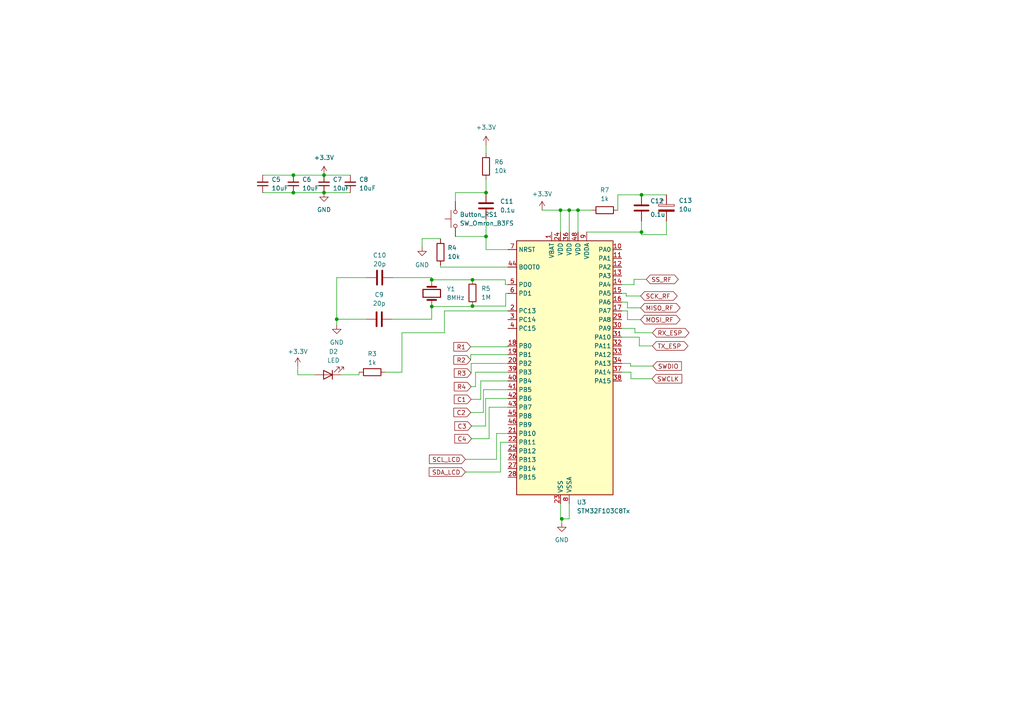
<source format=kicad_sch>
(kicad_sch (version 20231120) (generator "eeschema") (generator_version "8.0")
  (paper "A4")
  (lib_symbols
    (symbol "Device:C" (pin_numbers hide) (pin_names (offset 0.254))
      (property "Reference" "C" (at 0.635 2.54 0))
      (property "Value" "C" (at 0.635 -2.54 0))
      (symbol "C_0_1"
        (polyline (pts (xy -2.032 -0.762) (xy 2.032 -0.762)) (stroke (width 0.508)))
        (polyline (pts (xy -2.032 0.762) (xy 2.032 0.762)) (stroke (width 0.508)))
      )
      (symbol "C_1_1"
        (pin passive line (at 0 3.81 270) (length 2.794) (name "~") (number "1"))
        (pin passive line (at 0 -3.81 90) (length 2.794) (name "~") (number "2"))
      )
    )
    (symbol "Device:C_Polarized" (pin_numbers hide) (pin_names (offset 0.254))
      (property "Reference" "C" (at 0.635 2.54 0))
      (property "Value" "C_Polarized" (at 0.635 -2.54 0))
      (symbol "C_Polarized_0_1"
        (rectangle (start -2.286 0.508) (end 2.286 1.016))
        (polyline (pts (xy -1.778 2.286) (xy -0.762 2.286)))
        (polyline (pts (xy -1.27 2.794) (xy -1.27 1.778)))
        (rectangle (start 2.286 -0.508) (end -2.286 -1.016) (fill (type outline)))
      )
      (symbol "C_Polarized_1_1"
        (pin passive line (at 0 3.81 270) (length 2.794) (name "~") (number "1"))
        (pin passive line (at 0 -3.81 90) (length 2.794) (name "~") (number "2"))
      )
    )
    (symbol "Device:C_Small" (pin_numbers hide) (pin_names (offset 0.254) hide)
      (property "Reference" "C" (at 0.254 1.778 0))
      (property "Value" "C_Small" (at 0.254 -2.032 0))
      (symbol "C_Small_0_1"
        (polyline (pts (xy -1.524 -0.508) (xy 1.524 -0.508)) (stroke (width 0.3302)))
        (polyline (pts (xy -1.524 0.508) (xy 1.524 0.508)) (stroke (width 0.3048)))
      )
      (symbol "C_Small_1_1"
        (pin passive line (at 0 2.54 270) (length 2.032) (name "~") (number "1"))
        (pin passive line (at 0 -2.54 90) (length 2.032) (name "~") (number "2"))
      )
    )
    (symbol "Device:Crystal" (pin_numbers hide) (pin_names (offset 1.016) hide)
      (property "Reference" "Y" (at 0 3.81 0))
      (property "Value" "Crystal" (at 0 -3.81 0))
      (symbol "Crystal_0_1"
        (rectangle (start -1.143 2.54) (end 1.143 -2.54) (stroke (width 0.3048)))
        (polyline (pts (xy -2.54 0) (xy -1.905 0)))
        (polyline (pts (xy -1.905 -1.27) (xy -1.905 1.27)) (stroke (width 0.508)))
        (polyline (pts (xy 1.905 -1.27) (xy 1.905 1.27)) (stroke (width 0.508)))
        (polyline (pts (xy 2.54 0) (xy 1.905 0)))
      )
      (symbol "Crystal_1_1"
        (pin passive line (at -3.81 0 0) (length 1.27) (name "1") (number "1"))
        (pin passive line (at 3.81 0 180) (length 1.27) (name "2") (number "2"))
      )
    )
    (symbol "Device:LED" (pin_numbers hide) (pin_names (offset 1.016) hide)
      (property "Reference" "D" (at 0 2.54 0))
      (property "Value" "LED" (at 0 -2.54 0))
      (symbol "LED_0_1"
        (polyline (pts (xy -1.27 -1.27) (xy -1.27 1.27)) (stroke (width 0.254)))
        (polyline (pts (xy -1.27 0) (xy 1.27 0)))
        (polyline (pts (xy 1.27 -1.27) (xy 1.27 1.27) (xy -1.27 0) (xy 1.27 -1.27)) (stroke (width 0.254)))
        (polyline (pts (xy -3.048 -0.762) (xy -4.572 -2.286) (xy -3.81 -2.286) (xy -4.572 -2.286) (xy -4.572 -1.524)))
        (polyline (pts (xy -1.778 -0.762) (xy -3.302 -2.286) (xy -2.54 -2.286) (xy -3.302 -2.286) (xy -3.302 -1.524)))
      )
      (symbol "LED_1_1"
        (pin passive line (at -3.81 0 0) (length 2.54) (name "K") (number "1"))
        (pin passive line (at 3.81 0 180) (length 2.54) (name "A") (number "2"))
      )
    )
    (symbol "Device:R" (pin_numbers hide) (pin_names (offset 0))
      (property "Reference" "R" (at 2.032 0 90))
      (property "Value" "R" (at 0 0 90))
      (symbol "R_0_1"
        (rectangle (start -1.016 -2.54) (end 1.016 2.54) (stroke (width 0.254)))
      )
      (symbol "R_1_1"
        (pin passive line (at 0 3.81 270) (length 1.27) (name "~") (number "1"))
        (pin passive line (at 0 -3.81 90) (length 1.27) (name "~") (number "2"))
      )
    )
    (symbol "MCU_ST_STM32F1:STM32F103C8Tx"
      (property "Reference" "U" (at -12.7 39.37 0))
      (property "Value" "STM32F103C8Tx" (at 10.16 39.37 0))
      (symbol "STM32F103C8Tx_0_1"
        (rectangle (start -12.7 -35.56) (end 15.24 38.1) (stroke (width 0.254)) (fill (type background)))
      )
      (symbol "STM32F103C8Tx_1_1"
        (pin power_in line (at -2.54 40.64 270) (length 2.54) (name "VBAT") (number "1"))
        (pin bidirectional line (at 17.78 35.56 180) (length 2.54) (name "PA0") (number "10"))
        (pin bidirectional line (at 17.78 33.02 180) (length 2.54) (name "PA1") (number "11"))
        (pin bidirectional line (at 17.78 30.48 180) (length 2.54) (name "PA2") (number "12"))
        (pin bidirectional line (at 17.78 27.94 180) (length 2.54) (name "PA3") (number "13"))
        (pin bidirectional line (at 17.78 25.4 180) (length 2.54) (name "PA4") (number "14"))
        (pin bidirectional line (at 17.78 22.86 180) (length 2.54) (name "PA5") (number "15"))
        (pin bidirectional line (at 17.78 20.32 180) (length 2.54) (name "PA6") (number "16"))
        (pin bidirectional line (at 17.78 17.78 180) (length 2.54) (name "PA7") (number "17"))
        (pin bidirectional line (at -15.24 7.62 0) (length 2.54) (name "PB0") (number "18"))
        (pin bidirectional line (at -15.24 5.08 0) (length 2.54) (name "PB1") (number "19"))
        (pin bidirectional line (at -15.24 17.78 0) (length 2.54) (name "PC13") (number "2"))
        (pin bidirectional line (at -15.24 2.54 0) (length 2.54) (name "PB2") (number "20"))
        (pin bidirectional line (at -15.24 -17.78 0) (length 2.54) (name "PB10") (number "21"))
        (pin bidirectional line (at -15.24 -20.32 0) (length 2.54) (name "PB11") (number "22"))
        (pin power_in line (at 0 -38.1 90) (length 2.54) (name "VSS") (number "23"))
        (pin power_in line (at 0 40.64 270) (length 2.54) (name "VDD") (number "24"))
        (pin bidirectional line (at -15.24 -22.86 0) (length 2.54) (name "PB12") (number "25"))
        (pin bidirectional line (at -15.24 -25.4 0) (length 2.54) (name "PB13") (number "26"))
        (pin bidirectional line (at -15.24 -27.94 0) (length 2.54) (name "PB14") (number "27"))
        (pin bidirectional line (at -15.24 -30.48 0) (length 2.54) (name "PB15") (number "28"))
        (pin bidirectional line (at 17.78 15.24 180) (length 2.54) (name "PA8") (number "29"))
        (pin bidirectional line (at -15.24 15.24 0) (length 2.54) (name "PC14") (number "3"))
        (pin bidirectional line (at 17.78 12.7 180) (length 2.54) (name "PA9") (number "30"))
        (pin bidirectional line (at 17.78 10.16 180) (length 2.54) (name "PA10") (number "31"))
        (pin bidirectional line (at 17.78 7.62 180) (length 2.54) (name "PA11") (number "32"))
        (pin bidirectional line (at 17.78 5.08 180) (length 2.54) (name "PA12") (number "33"))
        (pin bidirectional line (at 17.78 2.54 180) (length 2.54) (name "PA13") (number "34"))
        (pin passive line (at 0 -38.1 90) (length 2.54) hide (name "VSS") (number "35"))
        (pin power_in line (at 2.54 40.64 270) (length 2.54) (name "VDD") (number "36"))
        (pin bidirectional line (at 17.78 0 180) (length 2.54) (name "PA14") (number "37"))
        (pin bidirectional line (at 17.78 -2.54 180) (length 2.54) (name "PA15") (number "38"))
        (pin bidirectional line (at -15.24 0 0) (length 2.54) (name "PB3") (number "39"))
        (pin bidirectional line (at -15.24 12.7 0) (length 2.54) (name "PC15") (number "4"))
        (pin bidirectional line (at -15.24 -2.54 0) (length 2.54) (name "PB4") (number "40"))
        (pin bidirectional line (at -15.24 -5.08 0) (length 2.54) (name "PB5") (number "41"))
        (pin bidirectional line (at -15.24 -7.62 0) (length 2.54) (name "PB6") (number "42"))
        (pin bidirectional line (at -15.24 -10.16 0) (length 2.54) (name "PB7") (number "43"))
        (pin input line (at -15.24 30.48 0) (length 2.54) (name "BOOT0") (number "44"))
        (pin bidirectional line (at -15.24 -12.7 0) (length 2.54) (name "PB8") (number "45"))
        (pin bidirectional line (at -15.24 -15.24 0) (length 2.54) (name "PB9") (number "46"))
        (pin passive line (at 0 -38.1 90) (length 2.54) hide (name "VSS") (number "47"))
        (pin power_in line (at 5.08 40.64 270) (length 2.54) (name "VDD") (number "48"))
        (pin bidirectional line (at -15.24 25.4 0) (length 2.54) (name "PD0") (number "5"))
        (pin bidirectional line (at -15.24 22.86 0) (length 2.54) (name "PD1") (number "6"))
        (pin input line (at -15.24 35.56 0) (length 2.54) (name "NRST") (number "7"))
        (pin power_in line (at 2.54 -38.1 90) (length 2.54) (name "VSSA") (number "8"))
        (pin power_in line (at 7.62 40.64 270) (length 2.54) (name "VDDA") (number "9"))
      )
    )
    (symbol "Switch:SW_Omron_B3FS" (pin_numbers hide) (pin_names (offset 1.016) hide)
      (property "Reference" "SW" (at 1.27 2.54 0))
      (property "Value" "SW_Omron_B3FS" (at 0 -1.524 0))
      (symbol "SW_Omron_B3FS_0_1"
        (circle (center -2.032 0) (radius 0.508))
        (polyline (pts (xy 0 1.27) (xy 0 3.048)))
        (polyline (pts (xy 2.54 1.27) (xy -2.54 1.27)))
        (circle (center 2.032 0) (radius 0.508))
        (pin passive line (at -5.08 0 0) (length 2.54) (name "1") (number "1"))
        (pin passive line (at 5.08 0 180) (length 2.54) (name "2") (number "2"))
      )
    )
    (symbol "power:+3.3V" (power) (pin_names (offset 0))
      (property "Value" "+3.3V" (at 0 3.556 0))
      (symbol "+3.3V_0_1"
        (polyline (pts (xy -0.762 1.27) (xy 0 2.54)))
        (polyline (pts (xy 0 0) (xy 0 2.54)))
        (polyline (pts (xy 0 2.54) (xy 0.762 1.27)))
      )
      (symbol "+3.3V_1_1"
        (pin power_in line (at 0 0 90) (length 0) hide (name "+3.3V") (number "1"))
      )
    )
    (symbol "power:GND" (power) (pin_names (offset 0))
      (property "Value" "GND" (at 0 -3.81 0))
      (symbol "GND_0_1"
        (polyline (pts (xy 0 0) (xy 0 -1.27) (xy 1.27 -1.27) (xy 0 -2.54) (xy -1.27 -1.27) (xy 0 -1.27)))
      )
      (symbol "GND_1_1"
        (pin power_in line (at 0 0 270) (length 0) hide (name "GND") (number "1"))
      )
    )
  )
  (junction (at 85.09 50.8))
  (junction (at 125.222 88.9))
  (junction (at 186.055 67.31))
  (junction (at 125.222 81.153))
  (junction (at 186.055 56.515))
  (junction (at 162.56 60.96))
  (junction (at 165.1 60.96))
  (junction (at 97.663 92.583))
  (junction (at 85.09 55.88))
  (junction (at 140.97 68.58))
  (junction (at 137.033 88.773))
  (junction (at 162.941 150.495))
  (junction (at 93.98 50.8))
  (junction (at 167.64 60.96))
  (junction (at 140.97 55.88))
  (junction (at 93.98 55.88))
  (junction (at 137.033 81.153))
  (wire (pts (xy 140.843 123.571) (xy 140.843 115.57)))
  (wire (pts (xy 128.905 90.17) (xy 128.905 96.52)))
  (wire (pts (xy 180.34 105.41) (xy 182.88 105.41)))
  (wire (pts (xy 97.663 92.583) (xy 97.663 94.234)))
  (wire (pts (xy 145.161 128.27) (xy 147.32 128.27)))
  (wire (pts (xy 116.586 96.52) (xy 116.586 107.95)))
  (wire (pts (xy 140.97 68.58) (xy 140.97 72.39)))
  (wire (pts (xy 157.226 60.96) (xy 162.56 60.96)))
  (wire (pts (xy 186.055 56.515) (xy 193.294 56.515)))
  (wire (pts (xy 147.32 100.584) (xy 147.32 100.33)))
  (wire (pts (xy 180.34 87.63) (xy 181.991 87.63)))
  (wire (pts (xy 139.446 115.824) (xy 139.446 110.49)))
  (wire (pts (xy 184.15 95.25) (xy 184.15 96.52)))
  (wire (pts (xy 98.933 108.712) (xy 104.14 108.712)))
  (wire (pts (xy 162.56 60.96) (xy 162.56 67.31)))
  (wire (pts (xy 181.991 87.63) (xy 181.991 89.281)))
  (wire (pts (xy 127.762 69.215) (xy 127.762 69.342)))
  (wire (pts (xy 186.055 68.072) (xy 193.294 68.072)))
  (wire (pts (xy 183.896 81.026) (xy 187.452 81.026)))
  (wire (pts (xy 85.09 55.88) (xy 93.98 55.88)))
  (wire (pts (xy 106.172 92.583) (xy 97.663 92.583)))
  (wire (pts (xy 162.941 150.495) (xy 162.941 151.638)))
  (wire (pts (xy 145.161 136.906) (xy 145.161 128.27)))
  (wire (pts (xy 146.685 88.773) (xy 137.033 88.773)))
  (wire (pts (xy 140.97 52.07) (xy 140.97 55.88)))
  (wire (pts (xy 147.32 90.17) (xy 128.905 90.17)))
  (wire (pts (xy 137.033 88.9) (xy 137.033 88.773)))
  (wire (pts (xy 136.525 102.87) (xy 147.32 102.87)))
  (wire (pts (xy 141.859 118.11) (xy 141.859 127.254)))
  (wire (pts (xy 122.428 69.215) (xy 122.428 71.628)))
  (wire (pts (xy 181.991 90.17) (xy 181.991 92.71)))
  (wire (pts (xy 186.055 64.135) (xy 186.055 67.31)))
  (wire (pts (xy 113.792 92.583) (xy 125.222 92.583)))
  (wire (pts (xy 185.42 97.79) (xy 185.42 100.33)))
  (wire (pts (xy 183.007 109.855) (xy 189.103 109.855)))
  (wire (pts (xy 185.42 100.33) (xy 189.23 100.33)))
  (wire (pts (xy 180.34 107.95) (xy 183.007 107.95)))
  (wire (pts (xy 76.2 55.88) (xy 85.09 55.88)))
  (wire (pts (xy 182.88 106.172) (xy 189.357 106.172)))
  (wire (pts (xy 106.299 80.518) (xy 97.663 80.518)))
  (wire (pts (xy 140.843 115.57) (xy 147.32 115.57)))
  (wire (pts (xy 184.15 96.52) (xy 189.23 96.52)))
  (wire (pts (xy 93.98 50.8) (xy 101.6 50.8)))
  (wire (pts (xy 97.663 80.518) (xy 97.663 92.583)))
  (wire (pts (xy 136.652 112.141) (xy 137.922 112.141)))
  (wire (pts (xy 136.652 108.204) (xy 136.652 105.41)))
  (wire (pts (xy 167.64 60.96) (xy 171.577 60.96)))
  (wire (pts (xy 125.222 80.518) (xy 125.222 81.153)))
  (wire (pts (xy 193.294 68.072) (xy 193.294 64.135)))
  (wire (pts (xy 125.222 88.9) (xy 137.033 88.9)))
  (wire (pts (xy 167.64 60.96) (xy 167.64 67.31)))
  (wire (pts (xy 86.36 106.299) (xy 86.36 108.712)))
  (wire (pts (xy 146.558 81.153) (xy 137.033 81.153)))
  (wire (pts (xy 147.32 82.55) (xy 146.558 82.55)))
  (wire (pts (xy 181.991 89.281) (xy 185.801 89.281)))
  (wire (pts (xy 165.1 60.96) (xy 165.1 67.31)))
  (wire (pts (xy 162.56 146.05) (xy 162.56 150.495)))
  (wire (pts (xy 181.61 85.09) (xy 181.61 85.852)))
  (wire (pts (xy 147.32 85.09) (xy 146.685 85.09)))
  (wire (pts (xy 183.007 107.95) (xy 183.007 109.855)))
  (wire (pts (xy 162.56 150.495) (xy 162.941 150.495)))
  (wire (pts (xy 135.001 133.223) (xy 144.018 133.223)))
  (wire (pts (xy 140.97 63.5) (xy 140.97 68.58)))
  (wire (pts (xy 165.1 150.495) (xy 162.941 150.495)))
  (wire (pts (xy 127.762 69.215) (xy 122.428 69.215)))
  (wire (pts (xy 182.88 105.41) (xy 182.88 106.172)))
  (wire (pts (xy 180.34 95.25) (xy 184.15 95.25)))
  (wire (pts (xy 132.08 58.42) (xy 132.08 55.88)))
  (wire (pts (xy 186.055 67.31) (xy 186.055 68.072)))
  (wire (pts (xy 181.61 85.852) (xy 185.801 85.852)))
  (wire (pts (xy 136.779 123.571) (xy 140.843 123.571)))
  (wire (pts (xy 128.905 96.52) (xy 116.586 96.52)))
  (wire (pts (xy 125.222 81.153) (xy 125.222 81.28)))
  (wire (pts (xy 165.1 60.96) (xy 167.64 60.96)))
  (wire (pts (xy 146.685 85.09) (xy 146.685 88.773)))
  (wire (pts (xy 144.018 125.73) (xy 147.32 125.73)))
  (wire (pts (xy 180.34 90.17) (xy 181.991 90.17)))
  (wire (pts (xy 136.525 100.584) (xy 147.32 100.584)))
  (wire (pts (xy 76.2 50.8) (xy 85.09 50.8)))
  (wire (pts (xy 165.1 146.05) (xy 165.1 150.495)))
  (wire (pts (xy 125.222 92.583) (xy 125.222 88.9)))
  (wire (pts (xy 85.09 50.8) (xy 93.98 50.8)))
  (wire (pts (xy 183.896 82.55) (xy 183.896 81.026)))
  (wire (pts (xy 136.652 115.824) (xy 139.446 115.824)))
  (wire (pts (xy 181.991 92.71) (xy 185.801 92.71)))
  (wire (pts (xy 186.055 56.515) (xy 179.197 56.515)))
  (wire (pts (xy 135.001 136.906) (xy 145.161 136.906)))
  (wire (pts (xy 132.08 68.58) (xy 140.97 68.58)))
  (wire (pts (xy 132.08 55.88) (xy 140.97 55.88)))
  (wire (pts (xy 141.859 127.254) (xy 136.779 127.254)))
  (wire (pts (xy 146.558 82.55) (xy 146.558 81.153)))
  (wire (pts (xy 136.652 105.41) (xy 147.32 105.41)))
  (wire (pts (xy 113.919 80.518) (xy 125.222 80.518)))
  (wire (pts (xy 116.586 107.95) (xy 111.76 107.95)))
  (wire (pts (xy 140.208 119.634) (xy 140.208 113.03)))
  (wire (pts (xy 140.97 72.39) (xy 147.32 72.39)))
  (wire (pts (xy 140.208 113.03) (xy 147.32 113.03)))
  (wire (pts (xy 104.14 108.712) (xy 104.14 107.95)))
  (wire (pts (xy 125.222 81.153) (xy 137.033 81.153)))
  (wire (pts (xy 141.859 118.11) (xy 147.32 118.11)))
  (wire (pts (xy 127.762 76.962) (xy 127.762 77.47)))
  (wire (pts (xy 137.922 107.95) (xy 147.32 107.95)))
  (wire (pts (xy 93.98 55.88) (xy 101.6 55.88)))
  (wire (pts (xy 140.97 42.037) (xy 140.97 44.45)))
  (wire (pts (xy 179.197 56.515) (xy 179.197 60.96)))
  (wire (pts (xy 139.446 110.49) (xy 147.32 110.49)))
  (wire (pts (xy 144.018 133.223) (xy 144.018 125.73)))
  (wire (pts (xy 127.762 77.47) (xy 147.32 77.47)))
  (wire (pts (xy 180.34 82.55) (xy 183.896 82.55)))
  (wire (pts (xy 170.18 67.31) (xy 186.055 67.31)))
  (wire (pts (xy 162.56 60.96) (xy 165.1 60.96)))
  (wire (pts (xy 136.525 119.634) (xy 140.208 119.634)))
  (wire (pts (xy 137.922 112.141) (xy 137.922 107.95)))
  (wire (pts (xy 180.34 85.09) (xy 181.61 85.09)))
  (wire (pts (xy 86.36 108.712) (xy 91.313 108.712)))
  (wire (pts (xy 180.34 97.79) (xy 185.42 97.79)))
  (wire (pts (xy 136.525 104.394) (xy 136.525 102.87)))
  (global_label "C3" (shape input) (at 136.779 123.571 180) (property "Intersheetrefs" "${INTERSHEET_REFS}" (effects (hide yes))))
  (global_label "SCK_RF" (shape bidirectional) (at 185.801 85.852 0) (property "Intersheetrefs" "${INTERSHEET_REFS}" (effects (hide yes))))
  (global_label "MOSI_RF" (shape bidirectional) (at 185.801 92.71 0) (property "Intersheetrefs" "${INTERSHEET_REFS}" (effects (hide yes))))
  (global_label "C2" (shape input) (at 136.525 119.634 180) (property "Intersheetrefs" "${INTERSHEET_REFS}" (effects (hide yes))))
  (global_label "MISO_RF" (shape bidirectional) (at 185.801 89.281 0) (property "Intersheetrefs" "${INTERSHEET_REFS}" (effects (hide yes))))
  (global_label "R1" (shape input) (at 136.525 100.584 180) (property "Intersheetrefs" "${INTERSHEET_REFS}" (effects (hide yes))))
  (global_label "SDA_LCD" (shape input) (at 135.001 136.906 180) (property "Intersheetrefs" "${INTERSHEET_REFS}" (effects (hide yes))))
  (global_label "SS_RF" (shape bidirectional) (at 187.452 81.026 0) (property "Intersheetrefs" "${INTERSHEET_REFS}" (effects (hide yes))))
  (global_label "C1" (shape input) (at 136.652 115.824 180) (property "Intersheetrefs" "${INTERSHEET_REFS}" (effects (hide yes))))
  (global_label "TX_ESP" (shape bidirectional) (at 189.23 100.33 0) (property "Intersheetrefs" "${INTERSHEET_REFS}" (effects (hide yes))))
  (global_label "SWCLK" (shape input) (at 189.103 109.855 0) (property "Intersheetrefs" "${INTERSHEET_REFS}" (effects (hide yes))))
  (global_label "SCL_LCD" (shape input) (at 135.001 133.223 180) (property "Intersheetrefs" "${INTERSHEET_REFS}" (effects (hide yes))))
  (global_label "C4" (shape input) (at 136.779 127.254 180) (property "Intersheetrefs" "${INTERSHEET_REFS}" (effects (hide yes))))
  (global_label "RX_ESP" (shape bidirectional) (at 189.23 96.52 0) (property "Intersheetrefs" "${INTERSHEET_REFS}" (effects (hide yes))))
  (global_label "R3" (shape input) (at 136.652 108.204 180) (property "Intersheetrefs" "${INTERSHEET_REFS}" (effects (hide yes))))
  (global_label "SWDIO" (shape input) (at 189.357 106.172 0) (property "Intersheetrefs" "${INTERSHEET_REFS}" (effects (hide yes))))
  (global_label "R4" (shape input) (at 136.652 112.141 180) (property "Intersheetrefs" "${INTERSHEET_REFS}" (effects (hide yes))))
  (global_label "R2" (shape input) (at 136.525 104.394 180) (property "Intersheetrefs" "${INTERSHEET_REFS}" (effects (hide yes))))
  (symbol (lib_id "Device:C_Small") (at 85.09 53.34 180) (unit 1)
    (property "Reference" "C6" (at 87.63 52.0635 0) (effects (justify right)))
    (property "Value" "10uF" (at 87.63 54.6035 0) (effects (justify right)))
    (property "Footprint" "Capacitor_SMD:C_0805_2012Metric" (effects (hide yes)))
    (property "Description" "Unpolarized capacitor, small symbol" (effects (hide yes)))
  )
  (symbol (lib_id "Switch:SW_Omron_B3FS") (at 132.08 63.5 90) (unit 1)
    (property "Reference" "Button_RS1" (at 133.35 62.2299 90) (effects (justify right)))
    (property "Value" "SW_Omron_B3FS" (at 133.35 64.7699 90) (effects (justify right)))
    (property "Footprint" "Button_Switch_SMD:SW_Push_1P1T_NO_6x6mm_H9.5mm" (effects (hide yes)))
    (property "Datasheet" "https://omronfs.omron.com/en_US/ecb/products/pdf/en-b3fs.pdf" (effects (hide yes)))
    (property "Description" "Omron B3FS 6x6mm single pole normally-open tactile switch" (effects (hide yes)))
  )
  (symbol (lib_id "power:GND") (at 162.941 151.638 0) (unit 1)
    (property "Reference" "#PWR010" (effects (hide yes)))
    (property "Value" "GND" (at 162.941 156.591 0))
  )
  (symbol (lib_id "Device:C") (at 140.97 59.69 0) (unit 1)
    (property "Reference" "C11" (at 145.034 58.4199 0) (effects (justify left)))
    (property "Value" "0.1u" (at 145.034 60.9599 0) (effects (justify left)))
    (property "Footprint" "Capacitor_SMD:C_0805_2012Metric" (effects (hide yes)))
  )
  (symbol (lib_id "Device:C") (at 186.055 60.325 0) (unit 1)
    (property "Reference" "C12" (at 188.595 58.293 0) (effects (justify left)))
    (property "Value" "0.1u" (at 188.595 62.23 0) (effects (justify left)))
    (property "Footprint" "Capacitor_SMD:C_0805_2012Metric" (effects (hide yes)))
  )
  (symbol (lib_id "power:GND") (at 97.663 94.234 0) (unit 1)
    (property "Reference" "#PWR06" (effects (hide yes)))
    (property "Value" "GND" (at 97.663 99.314 0))
  )
  (symbol (lib_id "Device:C_Small") (at 93.98 53.34 180) (unit 1)
    (property "Reference" "C7" (at 96.52 52.0635 0) (effects (justify right)))
    (property "Value" "10uF" (at 96.52 54.6035 0) (effects (justify right)))
    (property "Footprint" "Capacitor_SMD:C_0805_2012Metric" (effects (hide yes)))
    (property "Description" "Unpolarized capacitor, small symbol" (effects (hide yes)))
  )
  (symbol (lib_id "Device:C") (at 109.982 92.583 90) (unit 1)
    (property "Reference" "C9" (at 109.982 85.471 90))
    (property "Value" "20p" (at 109.982 88.011 90))
    (property "Footprint" "Capacitor_SMD:C_0805_2012Metric" (effects (hide yes)))
  )
  (symbol (lib_id "power:+3.3V") (at 140.97 42.037 0) (unit 1)
    (property "Reference" "#PWR08" (effects (hide yes)))
    (property "Value" "+3.3V" (at 140.97 36.957 0))
  )
  (symbol (lib_id "power:GND") (at 93.98 55.88 0) (unit 1)
    (property "Reference" "#PWR04" (effects (hide yes)))
    (property "Value" "GND" (at 93.98 60.833 0))
  )
  (symbol (lib_id "Device:R") (at 107.95 107.95 90) (unit 1)
    (property "Reference" "R3" (at 107.95 102.616 90))
    (property "Value" "1k" (at 107.95 105.156 90))
    (property "Footprint" "Resistor_SMD:R_0805_2012Metric" (effects (hide yes)))
  )
  (symbol (lib_id "Device:Crystal") (at 125.222 85.09 90) (unit 1)
    (property "Reference" "Y1" (at 129.54 83.8199 90) (effects (justify right)))
    (property "Value" "8MHz" (at 129.54 86.3599 90) (effects (justify right)))
    (property "Footprint" "Crystal:Crystal_SMD_5032-2Pin_5.0x3.2mm" (effects (hide yes)))
  )
  (symbol (lib_id "Device:C_Small") (at 101.6 53.34 180) (unit 1)
    (property "Reference" "C8" (at 104.14 52.0635 0) (effects (justify right)))
    (property "Value" "10uF" (at 104.14 54.6035 0) (effects (justify right)))
    (property "Footprint" "Capacitor_SMD:C_0805_2012Metric" (effects (hide yes)))
    (property "Description" "Unpolarized capacitor, small symbol" (effects (hide yes)))
  )
  (symbol (lib_id "Device:C_Polarized") (at 193.294 60.325 0) (unit 1)
    (property "Reference" "C13" (at 196.85 58.1659 0) (effects (justify left)))
    (property "Value" "10u" (at 196.85 60.7059 0) (effects (justify left)))
    (property "Footprint" "Capacitor_SMD:C_0805_2012Metric" (effects (hide yes)))
  )
  (symbol (lib_id "Device:LED") (at 95.123 108.712 180) (unit 1)
    (property "Reference" "D2" (at 96.7105 101.981 0))
    (property "Value" "LED" (at 96.7105 104.521 0))
    (property "Footprint" "LED_SMD:LED_0805_2012Metric" (effects (hide yes)))
  )
  (symbol (lib_id "power:+3.3V") (at 86.36 106.299 0) (unit 1)
    (property "Reference" "#PWR05" (effects (hide yes)))
    (property "Value" "+3.3V" (at 86.36 101.981 0))
  )
  (symbol (lib_id "power:GND") (at 122.428 71.628 0) (unit 1)
    (property "Reference" "#PWR07" (effects (hide yes)))
    (property "Value" "GND" (at 122.428 76.835 0))
  )
  (symbol (lib_id "power:+3.3V") (at 93.98 50.8 0) (unit 1)
    (property "Reference" "#PWR03" (effects (hide yes)))
    (property "Value" "+3.3V" (at 93.98 45.72 0))
  )
  (symbol (lib_id "MCU_ST_STM32F1:STM32F103C8Tx") (at 162.56 107.95 0) (unit 1)
    (property "Reference" "U3" (at 167.2941 145.669 0) (effects (justify left)))
    (property "Value" "STM32F103C8Tx" (at 167.2941 148.209 0) (effects (justify left)))
    (property "Footprint" "Package_QFP:LQFP-48_7x7mm_P0.5mm" (effects (hide yes)))
    (property "Datasheet" "https://www.st.com/resource/en/datasheet/stm32f103c8.pdf" (effects (hide yes)))
  )
  (symbol (lib_id "Device:R") (at 137.033 84.963 0) (unit 1)
    (property "Reference" "R5" (at 139.573 83.693 0) (effects (justify left)))
    (property "Value" "1M" (at 139.573 86.233 0) (effects (justify left)))
    (property "Footprint" "Resistor_SMD:R_0815_2038Metric" (effects (hide yes)))
  )
  (symbol (lib_id "Device:R") (at 140.97 48.26 0) (unit 1)
    (property "Reference" "R6" (at 143.383 46.99 0) (effects (justify left)))
    (property "Value" "10k" (at 143.383 49.53 0) (effects (justify left)))
    (property "Footprint" "Resistor_SMD:R_0805_2012Metric" (effects (hide yes)))
  )
  (symbol (lib_id "power:+3.3V") (at 157.226 60.96 0) (unit 1)
    (property "Reference" "#PWR09" (effects (hide yes)))
    (property "Value" "+3.3V" (at 157.226 56.261 0))
  )
  (symbol (lib_id "Device:R") (at 175.387 60.96 90) (unit 1)
    (property "Reference" "R7" (at 175.387 55.118 90))
    (property "Value" "1k" (at 175.387 57.658 90))
    (property "Footprint" "Resistor_SMD:R_0805_2012Metric" (effects (hide yes)))
  )
  (symbol (lib_id "Device:C_Small") (at 76.2 53.34 180) (unit 1)
    (property "Reference" "C5" (at 78.74 52.0635 0) (effects (justify right)))
    (property "Value" "10uF" (at 78.74 54.6035 0) (effects (justify right)))
    (property "Footprint" "Capacitor_SMD:C_0805_2012Metric" (effects (hide yes)))
    (property "Description" "Unpolarized capacitor, small symbol" (effects (hide yes)))
  )
  (symbol (lib_id "Device:R") (at 127.762 73.152 0) (unit 1)
    (property "Reference" "R4" (at 129.794 71.882 0) (effects (justify left)))
    (property "Value" "10k" (at 129.794 74.422 0) (effects (justify left)))
    (property "Footprint" "Resistor_SMD:R_0815_2038Metric" (effects (hide yes)))
  )
  (symbol (lib_id "Device:C") (at 110.109 80.518 90) (unit 1)
    (property "Reference" "C10" (at 110.109 74.041 90))
    (property "Value" "20p" (at 110.109 76.581 90))
    (property "Footprint" "Capacitor_SMD:C_0805_2012Metric" (effects (hide yes)))
  )
)
</source>
